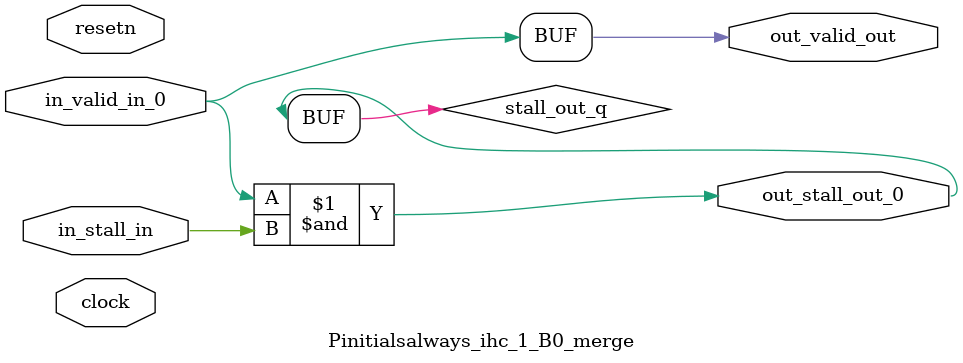
<source format=sv>



(* altera_attribute = "-name AUTO_SHIFT_REGISTER_RECOGNITION OFF; -name MESSAGE_DISABLE 10036; -name MESSAGE_DISABLE 10037; -name MESSAGE_DISABLE 14130; -name MESSAGE_DISABLE 14320; -name MESSAGE_DISABLE 15400; -name MESSAGE_DISABLE 14130; -name MESSAGE_DISABLE 10036; -name MESSAGE_DISABLE 12020; -name MESSAGE_DISABLE 12030; -name MESSAGE_DISABLE 12010; -name MESSAGE_DISABLE 12110; -name MESSAGE_DISABLE 14320; -name MESSAGE_DISABLE 13410; -name MESSAGE_DISABLE 113007; -name MESSAGE_DISABLE 10958" *)
module Pinitialsalways_ihc_1_B0_merge (
    input wire [0:0] in_stall_in,
    input wire [0:0] in_valid_in_0,
    output wire [0:0] out_stall_out_0,
    output wire [0:0] out_valid_out,
    input wire clock,
    input wire resetn
    );

    wire [0:0] stall_out_q;


    // stall_out(LOGICAL,6)
    assign stall_out_q = in_valid_in_0 & in_stall_in;

    // out_stall_out_0(GPOUT,4)
    assign out_stall_out_0 = stall_out_q;

    // out_valid_out(GPOUT,5)
    assign out_valid_out = in_valid_in_0;

endmodule

</source>
